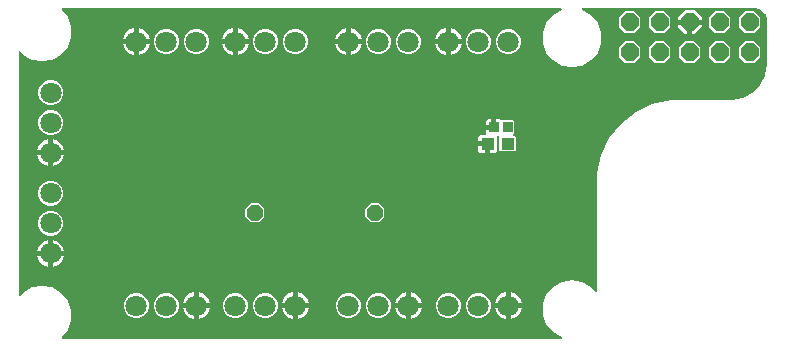
<source format=gbr>
G04 EAGLE Gerber RS-274X export*
G75*
%MOMM*%
%FSLAX34Y34*%
%LPD*%
%INTop Copper*%
%IPPOS*%
%AMOC8*
5,1,8,0,0,1.08239X$1,22.5*%
G01*
G04 Define Apertures*
%ADD10C,1.800000*%
%ADD11P,1.64956X8X22.5*%
%ADD12P,1.42962X8X22.5*%
%ADD13R,0.850000X0.900000*%
%ADD14R,1.100000X1.000000*%
%ADD15C,0.756400*%
G36*
X26134Y10220D02*
X25836Y10160D01*
X-396407Y10160D01*
X-396607Y10187D01*
X-396878Y10323D01*
X-397074Y10554D01*
X-397165Y10844D01*
X-397135Y11145D01*
X-396990Y11412D01*
X-391904Y17474D01*
X-388928Y25650D01*
X-388928Y34350D01*
X-391904Y42526D01*
X-397497Y49191D01*
X-405031Y53542D01*
X-413600Y55053D01*
X-422169Y53542D01*
X-429704Y49191D01*
X-432094Y46342D01*
X-432359Y46140D01*
X-432654Y46070D01*
X-432953Y46121D01*
X-433208Y46285D01*
X-433380Y46535D01*
X-433440Y46832D01*
X-433440Y253168D01*
X-433367Y253493D01*
X-433186Y253736D01*
X-432924Y253889D01*
X-432624Y253928D01*
X-432332Y253847D01*
X-432094Y253658D01*
X-429704Y250809D01*
X-422169Y246458D01*
X-413600Y244947D01*
X-405031Y246458D01*
X-397497Y250809D01*
X-391904Y257474D01*
X-388928Y265650D01*
X-388928Y274350D01*
X-391904Y282526D01*
X-396990Y288588D01*
X-397098Y288759D01*
X-397168Y289054D01*
X-397117Y289353D01*
X-396954Y289608D01*
X-396704Y289780D01*
X-396407Y289840D01*
X25836Y289840D01*
X25998Y289823D01*
X26276Y289701D01*
X26484Y289480D01*
X26589Y289196D01*
X26575Y288893D01*
X26445Y288619D01*
X26217Y288418D01*
X18897Y284191D01*
X13304Y277526D01*
X10328Y269350D01*
X10328Y260650D01*
X13304Y252474D01*
X18897Y245809D01*
X26431Y241458D01*
X35000Y239947D01*
X43569Y241458D01*
X51104Y245809D01*
X56696Y252474D01*
X59672Y260650D01*
X59672Y269350D01*
X56696Y277526D01*
X51104Y284191D01*
X43783Y288418D01*
X43651Y288514D01*
X43472Y288759D01*
X43402Y289054D01*
X43453Y289353D01*
X43616Y289608D01*
X43866Y289780D01*
X44164Y289840D01*
X190300Y289840D01*
X190497Y289814D01*
X195036Y288598D01*
X195378Y288401D01*
X198701Y285078D01*
X198898Y284736D01*
X200114Y280197D01*
X200140Y280000D01*
X200140Y242300D01*
X200131Y242181D01*
X198707Y233195D01*
X198634Y232968D01*
X194504Y224862D01*
X194363Y224670D01*
X187930Y218237D01*
X187738Y218096D01*
X179632Y213966D01*
X179405Y213893D01*
X170419Y212469D01*
X170300Y212460D01*
X118495Y212460D01*
X103081Y208942D01*
X88836Y202082D01*
X76475Y192225D01*
X66618Y179864D01*
X59758Y165619D01*
X56240Y150205D01*
X56240Y50164D01*
X56167Y49839D01*
X55986Y49596D01*
X55724Y49443D01*
X55424Y49404D01*
X55132Y49485D01*
X54894Y49674D01*
X51104Y54191D01*
X43569Y58542D01*
X35000Y60053D01*
X26431Y58542D01*
X18897Y54191D01*
X13304Y47526D01*
X10328Y39350D01*
X10328Y30650D01*
X13304Y22474D01*
X18897Y15809D01*
X26217Y11582D01*
X26349Y11486D01*
X26528Y11241D01*
X26598Y10946D01*
X26547Y10647D01*
X26384Y10392D01*
X26134Y10220D01*
G37*
%LPC*%
G36*
X124340Y280162D02*
X144660Y280162D01*
X144660Y282338D01*
X138708Y288290D01*
X130292Y288290D01*
X124340Y282338D01*
X124340Y280162D01*
G37*
G36*
X181512Y268986D02*
X189088Y268986D01*
X194444Y274342D01*
X194444Y281918D01*
X189088Y287274D01*
X181512Y287274D01*
X176156Y281918D01*
X176156Y274342D01*
X181512Y268986D01*
G37*
G36*
X156112Y268986D02*
X163688Y268986D01*
X169044Y274342D01*
X169044Y281918D01*
X163688Y287274D01*
X156112Y287274D01*
X150756Y281918D01*
X150756Y274342D01*
X156112Y268986D01*
G37*
G36*
X105312Y268986D02*
X112888Y268986D01*
X118244Y274342D01*
X118244Y281918D01*
X112888Y287274D01*
X105312Y287274D01*
X99956Y281918D01*
X99956Y274342D01*
X105312Y268986D01*
G37*
G36*
X79912Y268986D02*
X87488Y268986D01*
X92844Y274342D01*
X92844Y281918D01*
X87488Y287274D01*
X79912Y287274D01*
X74556Y281918D01*
X74556Y274342D01*
X79912Y268986D01*
G37*
G36*
X136532Y267970D02*
X138708Y267970D01*
X144660Y273922D01*
X144660Y276098D01*
X136532Y276098D01*
X136532Y267970D01*
G37*
G36*
X130292Y267970D02*
X132468Y267970D01*
X132468Y276098D01*
X124340Y276098D01*
X124340Y273922D01*
X130292Y267970D01*
G37*
G36*
X-261730Y263822D02*
X-252222Y263822D01*
X-252222Y273330D01*
X-252485Y273330D01*
X-256727Y271573D01*
X-259973Y268327D01*
X-261730Y264085D01*
X-261730Y263822D01*
G37*
G36*
X-345550Y263822D02*
X-336042Y263822D01*
X-336042Y273330D01*
X-336305Y273330D01*
X-340547Y271573D01*
X-343793Y268327D01*
X-345550Y264085D01*
X-345550Y263822D01*
G37*
G36*
X-331978Y263822D02*
X-322470Y263822D01*
X-322470Y264085D01*
X-324227Y268327D01*
X-327473Y271573D01*
X-331715Y273330D01*
X-331978Y273330D01*
X-331978Y263822D01*
G37*
G36*
X-248158Y263822D02*
X-238650Y263822D01*
X-238650Y264085D01*
X-240407Y268327D01*
X-243653Y271573D01*
X-247895Y273330D01*
X-248158Y273330D01*
X-248158Y263822D01*
G37*
G36*
X-67818Y263652D02*
X-58310Y263652D01*
X-58310Y263915D01*
X-60067Y268157D01*
X-63313Y271403D01*
X-67555Y273160D01*
X-67818Y273160D01*
X-67818Y263652D01*
G37*
G36*
X-81390Y263652D02*
X-71882Y263652D01*
X-71882Y273160D01*
X-72145Y273160D01*
X-76387Y271403D01*
X-79633Y268157D01*
X-81390Y263915D01*
X-81390Y263652D01*
G37*
G36*
X-165960Y263652D02*
X-156452Y263652D01*
X-156452Y273160D01*
X-156715Y273160D01*
X-160957Y271403D01*
X-164203Y268157D01*
X-165960Y263915D01*
X-165960Y263652D01*
G37*
G36*
X-152388Y263652D02*
X-142880Y263652D01*
X-142880Y263915D01*
X-144637Y268157D01*
X-147883Y271403D01*
X-152125Y273160D01*
X-152388Y273160D01*
X-152388Y263652D01*
G37*
G36*
X-310703Y251266D02*
X-306517Y251266D01*
X-302649Y252868D01*
X-299688Y255829D01*
X-298086Y259697D01*
X-298086Y263883D01*
X-299688Y267751D01*
X-302649Y270712D01*
X-306517Y272314D01*
X-310703Y272314D01*
X-314571Y270712D01*
X-317532Y267751D01*
X-319134Y263883D01*
X-319134Y259697D01*
X-317532Y255829D01*
X-314571Y252868D01*
X-310703Y251266D01*
G37*
G36*
X-201483Y251266D02*
X-197297Y251266D01*
X-193429Y252868D01*
X-190468Y255829D01*
X-188866Y259697D01*
X-188866Y263883D01*
X-190468Y267751D01*
X-193429Y270712D01*
X-197297Y272314D01*
X-201483Y272314D01*
X-205351Y270712D01*
X-208312Y267751D01*
X-209914Y263883D01*
X-209914Y259697D01*
X-208312Y255829D01*
X-205351Y252868D01*
X-201483Y251266D01*
G37*
G36*
X-226883Y251266D02*
X-222697Y251266D01*
X-218829Y252868D01*
X-215868Y255829D01*
X-214266Y259697D01*
X-214266Y263883D01*
X-215868Y267751D01*
X-218829Y270712D01*
X-222697Y272314D01*
X-226883Y272314D01*
X-230751Y270712D01*
X-233712Y267751D01*
X-235314Y263883D01*
X-235314Y259697D01*
X-233712Y255829D01*
X-230751Y252868D01*
X-226883Y251266D01*
G37*
G36*
X-285303Y251266D02*
X-281117Y251266D01*
X-277249Y252868D01*
X-274288Y255829D01*
X-272686Y259697D01*
X-272686Y263883D01*
X-274288Y267751D01*
X-277249Y270712D01*
X-281117Y272314D01*
X-285303Y272314D01*
X-289171Y270712D01*
X-292132Y267751D01*
X-293734Y263883D01*
X-293734Y259697D01*
X-292132Y255829D01*
X-289171Y252868D01*
X-285303Y251266D01*
G37*
G36*
X-131113Y251096D02*
X-126927Y251096D01*
X-123059Y252698D01*
X-120098Y255659D01*
X-118496Y259527D01*
X-118496Y263713D01*
X-120098Y267581D01*
X-123059Y270542D01*
X-126927Y272144D01*
X-131113Y272144D01*
X-134981Y270542D01*
X-137942Y267581D01*
X-139544Y263713D01*
X-139544Y259527D01*
X-137942Y255659D01*
X-134981Y252698D01*
X-131113Y251096D01*
G37*
G36*
X-105713Y251096D02*
X-101527Y251096D01*
X-97659Y252698D01*
X-94698Y255659D01*
X-93096Y259527D01*
X-93096Y263713D01*
X-94698Y267581D01*
X-97659Y270542D01*
X-101527Y272144D01*
X-105713Y272144D01*
X-109581Y270542D01*
X-112542Y267581D01*
X-114144Y263713D01*
X-114144Y259527D01*
X-112542Y255659D01*
X-109581Y252698D01*
X-105713Y251096D01*
G37*
G36*
X-21143Y251096D02*
X-16957Y251096D01*
X-13089Y252698D01*
X-10128Y255659D01*
X-8526Y259527D01*
X-8526Y263713D01*
X-10128Y267581D01*
X-13089Y270542D01*
X-16957Y272144D01*
X-21143Y272144D01*
X-25011Y270542D01*
X-27972Y267581D01*
X-29574Y263713D01*
X-29574Y259527D01*
X-27972Y255659D01*
X-25011Y252698D01*
X-21143Y251096D01*
G37*
G36*
X-46543Y251096D02*
X-42357Y251096D01*
X-38489Y252698D01*
X-35528Y255659D01*
X-33926Y259527D01*
X-33926Y263713D01*
X-35528Y267581D01*
X-38489Y270542D01*
X-42357Y272144D01*
X-46543Y272144D01*
X-50411Y270542D01*
X-53372Y267581D01*
X-54974Y263713D01*
X-54974Y259527D01*
X-53372Y255659D01*
X-50411Y252698D01*
X-46543Y251096D01*
G37*
G36*
X130712Y243586D02*
X138288Y243586D01*
X143644Y248942D01*
X143644Y256518D01*
X138288Y261874D01*
X130712Y261874D01*
X125356Y256518D01*
X125356Y248942D01*
X130712Y243586D01*
G37*
G36*
X181512Y243586D02*
X189088Y243586D01*
X194444Y248942D01*
X194444Y256518D01*
X189088Y261874D01*
X181512Y261874D01*
X176156Y256518D01*
X176156Y248942D01*
X181512Y243586D01*
G37*
G36*
X156112Y243586D02*
X163688Y243586D01*
X169044Y248942D01*
X169044Y256518D01*
X163688Y261874D01*
X156112Y261874D01*
X150756Y256518D01*
X150756Y248942D01*
X156112Y243586D01*
G37*
G36*
X105312Y243586D02*
X112888Y243586D01*
X118244Y248942D01*
X118244Y256518D01*
X112888Y261874D01*
X105312Y261874D01*
X99956Y256518D01*
X99956Y248942D01*
X105312Y243586D01*
G37*
G36*
X79912Y243586D02*
X87488Y243586D01*
X92844Y248942D01*
X92844Y256518D01*
X87488Y261874D01*
X79912Y261874D01*
X74556Y256518D01*
X74556Y248942D01*
X79912Y243586D01*
G37*
G36*
X-248158Y250250D02*
X-247895Y250250D01*
X-243653Y252007D01*
X-240407Y255253D01*
X-238650Y259495D01*
X-238650Y259758D01*
X-248158Y259758D01*
X-248158Y250250D01*
G37*
G36*
X-252485Y250250D02*
X-252222Y250250D01*
X-252222Y259758D01*
X-261730Y259758D01*
X-261730Y259495D01*
X-259973Y255253D01*
X-256727Y252007D01*
X-252485Y250250D01*
G37*
G36*
X-331978Y250250D02*
X-331715Y250250D01*
X-327473Y252007D01*
X-324227Y255253D01*
X-322470Y259495D01*
X-322470Y259758D01*
X-331978Y259758D01*
X-331978Y250250D01*
G37*
G36*
X-336305Y250250D02*
X-336042Y250250D01*
X-336042Y259758D01*
X-345550Y259758D01*
X-345550Y259495D01*
X-343793Y255253D01*
X-340547Y252007D01*
X-336305Y250250D01*
G37*
G36*
X-156715Y250080D02*
X-156452Y250080D01*
X-156452Y259588D01*
X-165960Y259588D01*
X-165960Y259325D01*
X-164203Y255083D01*
X-160957Y251837D01*
X-156715Y250080D01*
G37*
G36*
X-152388Y250080D02*
X-152125Y250080D01*
X-147883Y251837D01*
X-144637Y255083D01*
X-142880Y259325D01*
X-142880Y259588D01*
X-152388Y259588D01*
X-152388Y250080D01*
G37*
G36*
X-67818Y250080D02*
X-67555Y250080D01*
X-63313Y251837D01*
X-60067Y255083D01*
X-58310Y259325D01*
X-58310Y259588D01*
X-67818Y259588D01*
X-67818Y250080D01*
G37*
G36*
X-72145Y250080D02*
X-71882Y250080D01*
X-71882Y259588D01*
X-81390Y259588D01*
X-81390Y259325D01*
X-79633Y255083D01*
X-76387Y251837D01*
X-72145Y250080D01*
G37*
G36*
X-408493Y207916D02*
X-404307Y207916D01*
X-400439Y209518D01*
X-397478Y212479D01*
X-395876Y216347D01*
X-395876Y220533D01*
X-397478Y224401D01*
X-400439Y227362D01*
X-404307Y228964D01*
X-408493Y228964D01*
X-412361Y227362D01*
X-415322Y224401D01*
X-416924Y220533D01*
X-416924Y216347D01*
X-415322Y212479D01*
X-412361Y209518D01*
X-408493Y207916D01*
G37*
G36*
X-408493Y182516D02*
X-404307Y182516D01*
X-400439Y184118D01*
X-397478Y187079D01*
X-395876Y190947D01*
X-395876Y195133D01*
X-397478Y199001D01*
X-400439Y201962D01*
X-404307Y203564D01*
X-408493Y203564D01*
X-412361Y201962D01*
X-415322Y199001D01*
X-416924Y195133D01*
X-416924Y190947D01*
X-415322Y187079D01*
X-412361Y184118D01*
X-408493Y182516D01*
G37*
G36*
X-37990Y191052D02*
X-33232Y191052D01*
X-33232Y196060D01*
X-36502Y196060D01*
X-37990Y194572D01*
X-37990Y191052D01*
G37*
G36*
X-34408Y167720D02*
X-29888Y167720D01*
X-28400Y169208D01*
X-28400Y181218D01*
X-28349Y181493D01*
X-28185Y181748D01*
X-27935Y181920D01*
X-27638Y181980D01*
X-27215Y181980D01*
X-26952Y181933D01*
X-26694Y181774D01*
X-26518Y181526D01*
X-26453Y181230D01*
X-26464Y181171D01*
X-26464Y169629D01*
X-25571Y168736D01*
X-13309Y168736D01*
X-12416Y169629D01*
X-12416Y180891D01*
X-13309Y181784D01*
X-14091Y181784D01*
X-14354Y181831D01*
X-14612Y181990D01*
X-14788Y182238D01*
X-14853Y182534D01*
X-14797Y182832D01*
X-14630Y183085D01*
X-13826Y183889D01*
X-13826Y186635D01*
X-13770Y186921D01*
X-13744Y186960D01*
X-13744Y191496D01*
X-13766Y191528D01*
X-13826Y191825D01*
X-13826Y194151D01*
X-14719Y195044D01*
X-24566Y195044D01*
X-24852Y195100D01*
X-25105Y195267D01*
X-25898Y196060D01*
X-29168Y196060D01*
X-29168Y186988D01*
X-37990Y186988D01*
X-37990Y183562D01*
X-38041Y183287D01*
X-38205Y183032D01*
X-38455Y182860D01*
X-38752Y182800D01*
X-42992Y182800D01*
X-44480Y181312D01*
X-44480Y177292D01*
X-34408Y177292D01*
X-34408Y167720D01*
G37*
G36*
X-417940Y169672D02*
X-408432Y169672D01*
X-408432Y179180D01*
X-408695Y179180D01*
X-412937Y177423D01*
X-416183Y174177D01*
X-417940Y169935D01*
X-417940Y169672D01*
G37*
G36*
X-404368Y169672D02*
X-394860Y169672D01*
X-394860Y169935D01*
X-396617Y174177D01*
X-399863Y177423D01*
X-404105Y179180D01*
X-404368Y179180D01*
X-404368Y169672D01*
G37*
G36*
X-42992Y167720D02*
X-38472Y167720D01*
X-38472Y173228D01*
X-44480Y173228D01*
X-44480Y169208D01*
X-42992Y167720D01*
G37*
G36*
X-404368Y156100D02*
X-404105Y156100D01*
X-399863Y157857D01*
X-396617Y161103D01*
X-394860Y165345D01*
X-394860Y165608D01*
X-404368Y165608D01*
X-404368Y156100D01*
G37*
G36*
X-408695Y156100D02*
X-408432Y156100D01*
X-408432Y165608D01*
X-417940Y165608D01*
X-417940Y165345D01*
X-416183Y161103D01*
X-412937Y157857D01*
X-408695Y156100D01*
G37*
G36*
X-408493Y122826D02*
X-404307Y122826D01*
X-400439Y124428D01*
X-397478Y127389D01*
X-395876Y131257D01*
X-395876Y135443D01*
X-397478Y139311D01*
X-400439Y142272D01*
X-404307Y143874D01*
X-408493Y143874D01*
X-412361Y142272D01*
X-415322Y139311D01*
X-416924Y135443D01*
X-416924Y131257D01*
X-415322Y127389D01*
X-412361Y124428D01*
X-408493Y122826D01*
G37*
G36*
X-237047Y108712D02*
X-230313Y108712D01*
X-225552Y113473D01*
X-225552Y120207D01*
X-230313Y124968D01*
X-237047Y124968D01*
X-241808Y120207D01*
X-241808Y113473D01*
X-237047Y108712D01*
G37*
G36*
X-135447Y108712D02*
X-128713Y108712D01*
X-123952Y113473D01*
X-123952Y120207D01*
X-128713Y124968D01*
X-135447Y124968D01*
X-140208Y120207D01*
X-140208Y113473D01*
X-135447Y108712D01*
G37*
G36*
X-408493Y97426D02*
X-404307Y97426D01*
X-400439Y99028D01*
X-397478Y101989D01*
X-395876Y105857D01*
X-395876Y110043D01*
X-397478Y113911D01*
X-400439Y116872D01*
X-404307Y118474D01*
X-408493Y118474D01*
X-412361Y116872D01*
X-415322Y113911D01*
X-416924Y110043D01*
X-416924Y105857D01*
X-415322Y101989D01*
X-412361Y99028D01*
X-408493Y97426D01*
G37*
G36*
X-417940Y84582D02*
X-408432Y84582D01*
X-408432Y94090D01*
X-408695Y94090D01*
X-412937Y92333D01*
X-416183Y89087D01*
X-417940Y84845D01*
X-417940Y84582D01*
G37*
G36*
X-404368Y84582D02*
X-394860Y84582D01*
X-394860Y84845D01*
X-396617Y89087D01*
X-399863Y92333D01*
X-404105Y94090D01*
X-404368Y94090D01*
X-404368Y84582D01*
G37*
G36*
X-408695Y71010D02*
X-408432Y71010D01*
X-408432Y80518D01*
X-417940Y80518D01*
X-417940Y80255D01*
X-416183Y76013D01*
X-412937Y72767D01*
X-408695Y71010D01*
G37*
G36*
X-404368Y71010D02*
X-404105Y71010D01*
X-399863Y72767D01*
X-396617Y76013D01*
X-394860Y80255D01*
X-394860Y80518D01*
X-404368Y80518D01*
X-404368Y71010D01*
G37*
G36*
X-115160Y40132D02*
X-105652Y40132D01*
X-105652Y49640D01*
X-105915Y49640D01*
X-110157Y47883D01*
X-113403Y44637D01*
X-115160Y40395D01*
X-115160Y40132D01*
G37*
G36*
X-210930Y40132D02*
X-201422Y40132D01*
X-201422Y49640D01*
X-201685Y49640D01*
X-205927Y47883D01*
X-209173Y44637D01*
X-210930Y40395D01*
X-210930Y40132D01*
G37*
G36*
X-294750Y40132D02*
X-285242Y40132D01*
X-285242Y49640D01*
X-285505Y49640D01*
X-289747Y47883D01*
X-292993Y44637D01*
X-294750Y40395D01*
X-294750Y40132D01*
G37*
G36*
X-30590Y40132D02*
X-21082Y40132D01*
X-21082Y49640D01*
X-21345Y49640D01*
X-25587Y47883D01*
X-28833Y44637D01*
X-30590Y40395D01*
X-30590Y40132D01*
G37*
G36*
X-17018Y40132D02*
X-7510Y40132D01*
X-7510Y40395D01*
X-9267Y44637D01*
X-12513Y47883D01*
X-16755Y49640D01*
X-17018Y49640D01*
X-17018Y40132D01*
G37*
G36*
X-281178Y40132D02*
X-271670Y40132D01*
X-271670Y40395D01*
X-273427Y44637D01*
X-276673Y47883D01*
X-280915Y49640D01*
X-281178Y49640D01*
X-281178Y40132D01*
G37*
G36*
X-197358Y40132D02*
X-187850Y40132D01*
X-187850Y40395D01*
X-189607Y44637D01*
X-192853Y47883D01*
X-197095Y49640D01*
X-197358Y49640D01*
X-197358Y40132D01*
G37*
G36*
X-101588Y40132D02*
X-92080Y40132D01*
X-92080Y40395D01*
X-93837Y44637D01*
X-97083Y47883D01*
X-101325Y49640D01*
X-101588Y49640D01*
X-101588Y40132D01*
G37*
G36*
X-46543Y27576D02*
X-42357Y27576D01*
X-38489Y29178D01*
X-35528Y32139D01*
X-33926Y36007D01*
X-33926Y40193D01*
X-35528Y44061D01*
X-38489Y47022D01*
X-42357Y48624D01*
X-46543Y48624D01*
X-50411Y47022D01*
X-53372Y44061D01*
X-54974Y40193D01*
X-54974Y36007D01*
X-53372Y32139D01*
X-50411Y29178D01*
X-46543Y27576D01*
G37*
G36*
X-71943Y27576D02*
X-67757Y27576D01*
X-63889Y29178D01*
X-60928Y32139D01*
X-59326Y36007D01*
X-59326Y40193D01*
X-60928Y44061D01*
X-63889Y47022D01*
X-67757Y48624D01*
X-71943Y48624D01*
X-75811Y47022D01*
X-78772Y44061D01*
X-80374Y40193D01*
X-80374Y36007D01*
X-78772Y32139D01*
X-75811Y29178D01*
X-71943Y27576D01*
G37*
G36*
X-131113Y27576D02*
X-126927Y27576D01*
X-123059Y29178D01*
X-120098Y32139D01*
X-118496Y36007D01*
X-118496Y40193D01*
X-120098Y44061D01*
X-123059Y47022D01*
X-126927Y48624D01*
X-131113Y48624D01*
X-134981Y47022D01*
X-137942Y44061D01*
X-139544Y40193D01*
X-139544Y36007D01*
X-137942Y32139D01*
X-134981Y29178D01*
X-131113Y27576D01*
G37*
G36*
X-156513Y27576D02*
X-152327Y27576D01*
X-148459Y29178D01*
X-145498Y32139D01*
X-143896Y36007D01*
X-143896Y40193D01*
X-145498Y44061D01*
X-148459Y47022D01*
X-152327Y48624D01*
X-156513Y48624D01*
X-160381Y47022D01*
X-163342Y44061D01*
X-164944Y40193D01*
X-164944Y36007D01*
X-163342Y32139D01*
X-160381Y29178D01*
X-156513Y27576D01*
G37*
G36*
X-226883Y27576D02*
X-222697Y27576D01*
X-218829Y29178D01*
X-215868Y32139D01*
X-214266Y36007D01*
X-214266Y40193D01*
X-215868Y44061D01*
X-218829Y47022D01*
X-222697Y48624D01*
X-226883Y48624D01*
X-230751Y47022D01*
X-233712Y44061D01*
X-235314Y40193D01*
X-235314Y36007D01*
X-233712Y32139D01*
X-230751Y29178D01*
X-226883Y27576D01*
G37*
G36*
X-252283Y27576D02*
X-248097Y27576D01*
X-244229Y29178D01*
X-241268Y32139D01*
X-239666Y36007D01*
X-239666Y40193D01*
X-241268Y44061D01*
X-244229Y47022D01*
X-248097Y48624D01*
X-252283Y48624D01*
X-256151Y47022D01*
X-259112Y44061D01*
X-260714Y40193D01*
X-260714Y36007D01*
X-259112Y32139D01*
X-256151Y29178D01*
X-252283Y27576D01*
G37*
G36*
X-310703Y27576D02*
X-306517Y27576D01*
X-302649Y29178D01*
X-299688Y32139D01*
X-298086Y36007D01*
X-298086Y40193D01*
X-299688Y44061D01*
X-302649Y47022D01*
X-306517Y48624D01*
X-310703Y48624D01*
X-314571Y47022D01*
X-317532Y44061D01*
X-319134Y40193D01*
X-319134Y36007D01*
X-317532Y32139D01*
X-314571Y29178D01*
X-310703Y27576D01*
G37*
G36*
X-336103Y27576D02*
X-331917Y27576D01*
X-328049Y29178D01*
X-325088Y32139D01*
X-323486Y36007D01*
X-323486Y40193D01*
X-325088Y44061D01*
X-328049Y47022D01*
X-331917Y48624D01*
X-336103Y48624D01*
X-339971Y47022D01*
X-342932Y44061D01*
X-344534Y40193D01*
X-344534Y36007D01*
X-342932Y32139D01*
X-339971Y29178D01*
X-336103Y27576D01*
G37*
G36*
X-17018Y26560D02*
X-16755Y26560D01*
X-12513Y28317D01*
X-9267Y31563D01*
X-7510Y35805D01*
X-7510Y36068D01*
X-17018Y36068D01*
X-17018Y26560D01*
G37*
G36*
X-21345Y26560D02*
X-21082Y26560D01*
X-21082Y36068D01*
X-30590Y36068D01*
X-30590Y35805D01*
X-28833Y31563D01*
X-25587Y28317D01*
X-21345Y26560D01*
G37*
G36*
X-101588Y26560D02*
X-101325Y26560D01*
X-97083Y28317D01*
X-93837Y31563D01*
X-92080Y35805D01*
X-92080Y36068D01*
X-101588Y36068D01*
X-101588Y26560D01*
G37*
G36*
X-105915Y26560D02*
X-105652Y26560D01*
X-105652Y36068D01*
X-115160Y36068D01*
X-115160Y35805D01*
X-113403Y31563D01*
X-110157Y28317D01*
X-105915Y26560D01*
G37*
G36*
X-197358Y26560D02*
X-197095Y26560D01*
X-192853Y28317D01*
X-189607Y31563D01*
X-187850Y35805D01*
X-187850Y36068D01*
X-197358Y36068D01*
X-197358Y26560D01*
G37*
G36*
X-201685Y26560D02*
X-201422Y26560D01*
X-201422Y36068D01*
X-210930Y36068D01*
X-210930Y35805D01*
X-209173Y31563D01*
X-205927Y28317D01*
X-201685Y26560D01*
G37*
G36*
X-281178Y26560D02*
X-280915Y26560D01*
X-276673Y28317D01*
X-273427Y31563D01*
X-271670Y35805D01*
X-271670Y36068D01*
X-281178Y36068D01*
X-281178Y26560D01*
G37*
G36*
X-285505Y26560D02*
X-285242Y26560D01*
X-285242Y36068D01*
X-294750Y36068D01*
X-294750Y35805D01*
X-292993Y31563D01*
X-289747Y28317D01*
X-285505Y26560D01*
G37*
%LPD*%
D10*
X-19050Y261620D03*
X-69850Y261620D03*
X-44450Y261620D03*
X-334010Y38100D03*
X-283210Y38100D03*
X-308610Y38100D03*
X-103620Y261620D03*
X-154420Y261620D03*
X-129020Y261620D03*
X-199390Y261790D03*
X-250190Y261790D03*
X-224790Y261790D03*
X-283210Y261790D03*
X-334010Y261790D03*
X-308610Y261790D03*
X-406400Y218440D03*
X-406400Y167640D03*
X-406400Y193040D03*
X-406400Y133350D03*
X-406400Y82550D03*
X-406400Y107950D03*
X-69850Y38100D03*
X-19050Y38100D03*
X-44450Y38100D03*
X-154420Y38100D03*
X-103620Y38100D03*
X-129020Y38100D03*
X-250190Y38100D03*
X-199390Y38100D03*
X-224790Y38100D03*
D11*
X83700Y252730D03*
X83700Y278130D03*
X109100Y252730D03*
X109100Y278130D03*
X134500Y252730D03*
X134500Y278130D03*
X159900Y252730D03*
X159900Y278130D03*
X185300Y252730D03*
X185300Y278130D03*
D12*
X-233680Y116840D03*
X-132080Y116840D03*
D13*
X-19600Y189020D03*
X-31200Y189020D03*
D14*
X-19440Y175260D03*
X-36440Y175260D03*
D15*
X-19050Y189230D03*
X-19050Y175260D03*
M02*

</source>
